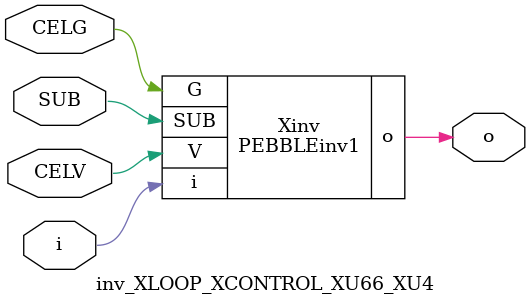
<source format=v>



module PEBBLEinv1 ( o, G, SUB, V, i );

  input V;
  input i;
  input G;
  output o;
  input SUB;
endmodule

//Celera Confidential Do Not Copy inv_XLOOP_XCONTROL_XU66_XU4
//Celera Confidential Symbol Generator
//5V Inverter
module inv_XLOOP_XCONTROL_XU66_XU4 (CELV,CELG,i,o,SUB);
input CELV;
input CELG;
input i;
input SUB;
output o;

//Celera Confidential Do Not Copy inv
PEBBLEinv1 Xinv(
.V (CELV),
.i (i),
.o (o),
.SUB (SUB),
.G (CELG)
);
//,diesize,PEBBLEinv1

//Celera Confidential Do Not Copy Module End
//Celera Schematic Generator
endmodule

</source>
